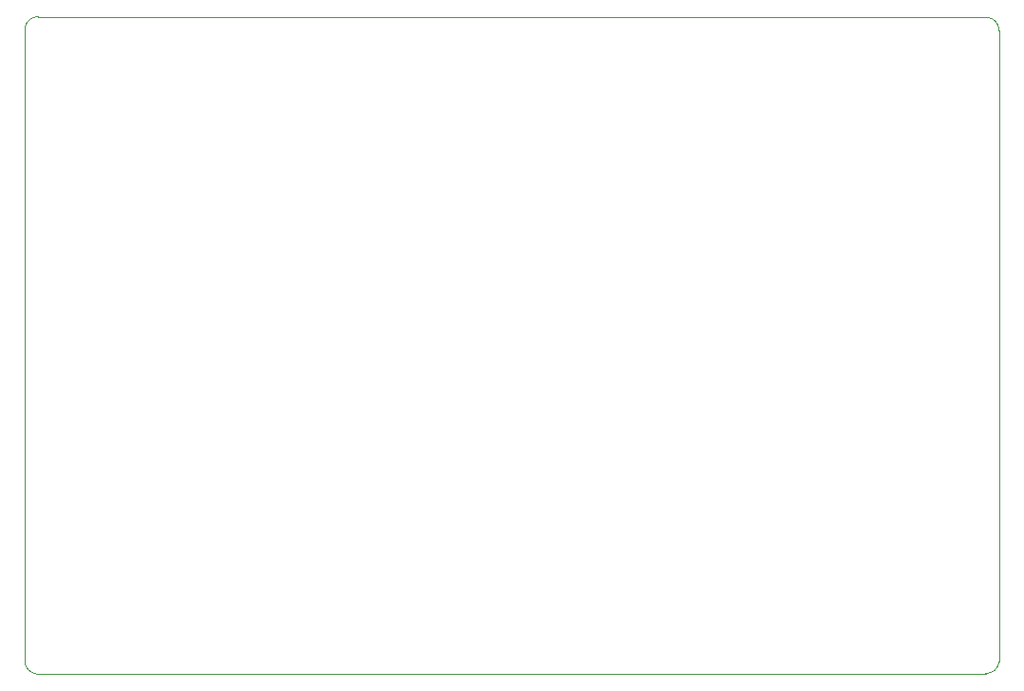
<source format=gbr>
%TF.GenerationSoftware,KiCad,Pcbnew,8.0.6*%
%TF.CreationDate,2024-12-13T11:58:05-05:00*%
%TF.ProjectId,11_9_design,31315f39-5f64-4657-9369-676e2e6b6963,v6*%
%TF.SameCoordinates,Original*%
%TF.FileFunction,Profile,NP*%
%FSLAX46Y46*%
G04 Gerber Fmt 4.6, Leading zero omitted, Abs format (unit mm)*
G04 Created by KiCad (PCBNEW 8.0.6) date 2024-12-13 11:58:05*
%MOMM*%
%LPD*%
G01*
G04 APERTURE LIST*
%TA.AperFunction,Profile*%
%ADD10C,0.100000*%
%TD*%
G04 APERTURE END LIST*
D10*
X52100000Y-78200000D02*
G75*
G02*
X53298054Y-77146662I1149999J-100000D01*
G01*
X52100000Y-134501945D02*
X52100000Y-78200000D01*
X137783082Y-77200001D02*
G75*
G02*
X138836420Y-78398055I-100000J-1149999D01*
G01*
X138849999Y-134600000D02*
G75*
G02*
X137651945Y-135653338I-1149999J100000D01*
G01*
X138849999Y-134600000D02*
X138836420Y-78398055D01*
X53153338Y-135699999D02*
X137651945Y-135653338D01*
X53298054Y-77146662D02*
X137783082Y-77200001D01*
X53153338Y-135699999D02*
G75*
G02*
X52099965Y-134501944I99962J1149999D01*
G01*
M02*

</source>
